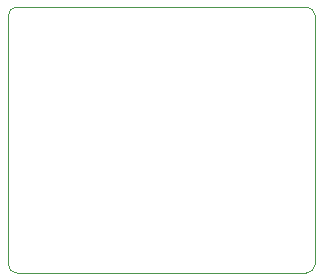
<source format=gbr>
%TF.GenerationSoftware,KiCad,Pcbnew,5.1.10*%
%TF.CreationDate,2021-07-25T21:05:11+03:00*%
%TF.ProjectId,hoperf-rfm9x-lora-breakout,686f7065-7266-42d7-9266-6d39782d6c6f,rev?*%
%TF.SameCoordinates,Original*%
%TF.FileFunction,Profile,NP*%
%FSLAX46Y46*%
G04 Gerber Fmt 4.6, Leading zero omitted, Abs format (unit mm)*
G04 Created by KiCad (PCBNEW 5.1.10) date 2021-07-25 21:05:11*
%MOMM*%
%LPD*%
G01*
G04 APERTURE LIST*
%TA.AperFunction,Profile*%
%ADD10C,0.050000*%
%TD*%
G04 APERTURE END LIST*
D10*
X135496300Y-94500700D02*
G75*
G02*
X136258300Y-93738700I762000J0D01*
G01*
X136258300Y-116268500D02*
G75*
G02*
X135496300Y-115506500I0J762000D01*
G01*
X161505900Y-115506500D02*
G75*
G02*
X160743900Y-116268500I-762000J0D01*
G01*
X160743900Y-93738700D02*
G75*
G02*
X161505900Y-94500700I0J-762000D01*
G01*
X160743900Y-93738700D02*
X136258300Y-93738700D01*
X135496300Y-94500700D02*
X135496300Y-115506500D01*
X136258300Y-116268500D02*
X160743900Y-116268500D01*
X161505900Y-115506500D02*
X161505900Y-94500700D01*
M02*

</source>
